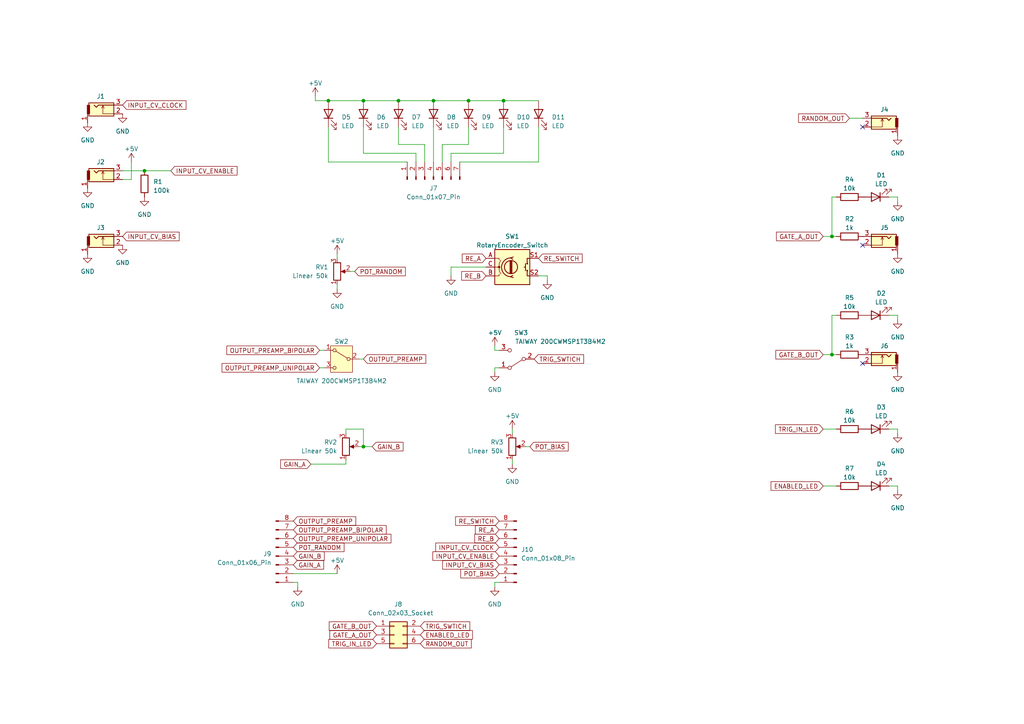
<source format=kicad_sch>
(kicad_sch (version 20230121) (generator eeschema)
  (paper "A4")
  (lib_symbols
    (symbol "Connector:Conn_01x07_Pin" (pin_names (offset 1.016) hide)
      (property "Reference" "J" (at 0 10.16 0))
      (property "Value" "Conn_01x07_Pin" (at 0 -10.16 0))
      (symbol "Conn_01x07_Pin_1_1"
        (polyline (pts (xy 1.27 -7.62) (xy 0.8636 -7.62)) (stroke (width 0.1524)))
        (polyline (pts (xy 1.27 -5.08) (xy 0.8636 -5.08)) (stroke (width 0.1524)))
        (polyline (pts (xy 1.27 -2.54) (xy 0.8636 -2.54)) (stroke (width 0.1524)))
        (polyline (pts (xy 1.27 0) (xy 0.8636 0)) (stroke (width 0.1524)))
        (polyline (pts (xy 1.27 2.54) (xy 0.8636 2.54)) (stroke (width 0.1524)))
        (polyline (pts (xy 1.27 5.08) (xy 0.8636 5.08)) (stroke (width 0.1524)))
        (polyline (pts (xy 1.27 7.62) (xy 0.8636 7.62)) (stroke (width 0.1524)))
        (rectangle (start 0.8636 -7.493) (end 0 -7.747) (stroke (width 0.1524)) (fill (type outline)))
        (rectangle (start 0.8636 -4.953) (end 0 -5.207) (stroke (width 0.1524)) (fill (type outline)))
        (rectangle (start 0.8636 -2.413) (end 0 -2.667) (stroke (width 0.1524)) (fill (type outline)))
        (rectangle (start 0.8636 0.127) (end 0 -0.127) (stroke (width 0.1524)) (fill (type outline)))
        (rectangle (start 0.8636 2.667) (end 0 2.413) (stroke (width 0.1524)) (fill (type outline)))
        (rectangle (start 0.8636 5.207) (end 0 4.953) (stroke (width 0.1524)) (fill (type outline)))
        (rectangle (start 0.8636 7.747) (end 0 7.493) (stroke (width 0.1524)) (fill (type outline)))
        (pin passive line (at 5.08 7.62 180) (length 3.81) (name "Pin_1") (number "1"))
        (pin passive line (at 5.08 5.08 180) (length 3.81) (name "Pin_2") (number "2"))
        (pin passive line (at 5.08 2.54 180) (length 3.81) (name "Pin_3") (number "3"))
        (pin passive line (at 5.08 0 180) (length 3.81) (name "Pin_4") (number "4"))
        (pin passive line (at 5.08 -2.54 180) (length 3.81) (name "Pin_5") (number "5"))
        (pin passive line (at 5.08 -5.08 180) (length 3.81) (name "Pin_6") (number "6"))
        (pin passive line (at 5.08 -7.62 180) (length 3.81) (name "Pin_7") (number "7"))
      )
    )
    (symbol "Connector:Conn_01x08_Pin" (pin_names (offset 1.016) hide)
      (property "Reference" "J" (at 0 10.16 0))
      (property "Value" "Conn_01x08_Pin" (at 0 -12.7 0))
      (symbol "Conn_01x08_Pin_1_1"
        (polyline (pts (xy 1.27 -10.16) (xy 0.8636 -10.16)) (stroke (width 0.1524)))
        (polyline (pts (xy 1.27 -7.62) (xy 0.8636 -7.62)) (stroke (width 0.1524)))
        (polyline (pts (xy 1.27 -5.08) (xy 0.8636 -5.08)) (stroke (width 0.1524)))
        (polyline (pts (xy 1.27 -2.54) (xy 0.8636 -2.54)) (stroke (width 0.1524)))
        (polyline (pts (xy 1.27 0) (xy 0.8636 0)) (stroke (width 0.1524)))
        (polyline (pts (xy 1.27 2.54) (xy 0.8636 2.54)) (stroke (width 0.1524)))
        (polyline (pts (xy 1.27 5.08) (xy 0.8636 5.08)) (stroke (width 0.1524)))
        (polyline (pts (xy 1.27 7.62) (xy 0.8636 7.62)) (stroke (width 0.1524)))
        (rectangle (start 0.8636 -10.033) (end 0 -10.287) (stroke (width 0.1524)) (fill (type outline)))
        (rectangle (start 0.8636 -7.493) (end 0 -7.747) (stroke (width 0.1524)) (fill (type outline)))
        (rectangle (start 0.8636 -4.953) (end 0 -5.207) (stroke (width 0.1524)) (fill (type outline)))
        (rectangle (start 0.8636 -2.413) (end 0 -2.667) (stroke (width 0.1524)) (fill (type outline)))
        (rectangle (start 0.8636 0.127) (end 0 -0.127) (stroke (width 0.1524)) (fill (type outline)))
        (rectangle (start 0.8636 2.667) (end 0 2.413) (stroke (width 0.1524)) (fill (type outline)))
        (rectangle (start 0.8636 5.207) (end 0 4.953) (stroke (width 0.1524)) (fill (type outline)))
        (rectangle (start 0.8636 7.747) (end 0 7.493) (stroke (width 0.1524)) (fill (type outline)))
        (pin passive line (at 5.08 7.62 180) (length 3.81) (name "Pin_1") (number "1"))
        (pin passive line (at 5.08 5.08 180) (length 3.81) (name "Pin_2") (number "2"))
        (pin passive line (at 5.08 2.54 180) (length 3.81) (name "Pin_3") (number "3"))
        (pin passive line (at 5.08 0 180) (length 3.81) (name "Pin_4") (number "4"))
        (pin passive line (at 5.08 -2.54 180) (length 3.81) (name "Pin_5") (number "5"))
        (pin passive line (at 5.08 -5.08 180) (length 3.81) (name "Pin_6") (number "6"))
        (pin passive line (at 5.08 -7.62 180) (length 3.81) (name "Pin_7") (number "7"))
        (pin passive line (at 5.08 -10.16 180) (length 3.81) (name "Pin_8") (number "8"))
      )
    )
    (symbol "Connector_Generic:Conn_02x03_Odd_Even" (pin_names (offset 1.016) hide)
      (property "Reference" "J" (at 1.27 5.08 0))
      (property "Value" "Conn_02x03_Odd_Even" (at 1.27 -5.08 0))
      (symbol "Conn_02x03_Odd_Even_1_1"
        (rectangle (start -1.27 -2.413) (end 0 -2.667) (stroke (width 0.1524)))
        (rectangle (start -1.27 0.127) (end 0 -0.127) (stroke (width 0.1524)))
        (rectangle (start -1.27 2.667) (end 0 2.413) (stroke (width 0.1524)))
        (rectangle (start -1.27 3.81) (end 3.81 -3.81) (stroke (width 0.254)) (fill (type background)))
        (rectangle (start 3.81 -2.413) (end 2.54 -2.667) (stroke (width 0.1524)))
        (rectangle (start 3.81 0.127) (end 2.54 -0.127) (stroke (width 0.1524)))
        (rectangle (start 3.81 2.667) (end 2.54 2.413) (stroke (width 0.1524)))
        (pin passive line (at -5.08 2.54 0) (length 3.81) (name "Pin_1") (number "1"))
        (pin passive line (at 7.62 2.54 180) (length 3.81) (name "Pin_2") (number "2"))
        (pin passive line (at -5.08 0 0) (length 3.81) (name "Pin_3") (number "3"))
        (pin passive line (at 7.62 0 180) (length 3.81) (name "Pin_4") (number "4"))
        (pin passive line (at -5.08 -2.54 0) (length 3.81) (name "Pin_5") (number "5"))
        (pin passive line (at 7.62 -2.54 180) (length 3.81) (name "Pin_6") (number "6"))
      )
    )
    (symbol "Device:LED" (pin_numbers hide) (pin_names (offset 1.016) hide)
      (property "Reference" "D" (at 0 2.54 0))
      (property "Value" "LED" (at 0 -2.54 0))
      (symbol "LED_0_1"
        (polyline (pts (xy -1.27 -1.27) (xy -1.27 1.27)) (stroke (width 0.254)))
        (polyline (pts (xy -1.27 0) (xy 1.27 0)))
        (polyline (pts (xy 1.27 -1.27) (xy 1.27 1.27) (xy -1.27 0) (xy 1.27 -1.27)) (stroke (width 0.254)))
        (polyline (pts (xy -3.048 -0.762) (xy -4.572 -2.286) (xy -3.81 -2.286) (xy -4.572 -2.286) (xy -4.572 -1.524)))
        (polyline (pts (xy -1.778 -0.762) (xy -3.302 -2.286) (xy -2.54 -2.286) (xy -3.302 -2.286) (xy -3.302 -1.524)))
      )
      (symbol "LED_1_1"
        (pin passive line (at -3.81 0 0) (length 2.54) (name "K") (number "1"))
        (pin passive line (at 3.81 0 180) (length 2.54) (name "A") (number "2"))
      )
    )
    (symbol "Device:R" (pin_numbers hide) (pin_names (offset 0))
      (property "Reference" "R" (at 2.032 0 90))
      (property "Value" "R" (at 0 0 90))
      (symbol "R_0_1"
        (rectangle (start -1.016 -2.54) (end 1.016 2.54) (stroke (width 0.254)))
      )
      (symbol "R_1_1"
        (pin passive line (at 0 3.81 270) (length 1.27) (name "~") (number "1"))
        (pin passive line (at 0 -3.81 90) (length 1.27) (name "~") (number "2"))
      )
    )
    (symbol "Device:R_Potentiometer" (pin_names (offset 1.016) hide)
      (property "Reference" "RV" (at -4.445 0 90))
      (property "Value" "R_Potentiometer" (at -2.54 0 90))
      (symbol "R_Potentiometer_0_1"
        (polyline (pts (xy 2.54 0) (xy 1.524 0)))
        (polyline (pts (xy 1.143 0) (xy 2.286 0.508) (xy 2.286 -0.508) (xy 1.143 0)) (fill (type outline)))
        (rectangle (start 1.016 2.54) (end -1.016 -2.54) (stroke (width 0.254)))
      )
      (symbol "R_Potentiometer_1_1"
        (pin passive line (at 0 3.81 270) (length 1.27) (name "1") (number "1"))
        (pin passive line (at 3.81 0 180) (length 1.27) (name "2") (number "2"))
        (pin passive line (at 0 -3.81 90) (length 1.27) (name "3") (number "3"))
      )
    )
    (symbol "Device:RotaryEncoder_Switch" (pin_names (offset 0.254) hide)
      (property "Reference" "SW" (at 0 6.604 0))
      (property "Value" "RotaryEncoder_Switch" (at 0 -6.604 0))
      (symbol "RotaryEncoder_Switch_0_1"
        (rectangle (start -5.08 5.08) (end 5.08 -5.08) (stroke (width 0.254)) (fill (type background)))
        (circle (center -3.81 0) (radius 0.254) (fill (type outline)))
        (circle (center -0.381 0) (radius 1.905) (stroke (width 0.254)))
        (arc (start -0.381 2.667) (mid -3.0988 -0.0635) (end -0.381 -2.794) (stroke (width 0.254)))
        (polyline (pts (xy -0.635 -1.778) (xy -0.635 1.778)) (stroke (width 0.254)))
        (polyline (pts (xy -0.381 -1.778) (xy -0.381 1.778)) (stroke (width 0.254)))
        (polyline (pts (xy -0.127 1.778) (xy -0.127 -1.778)) (stroke (width 0.254)))
        (polyline (pts (xy 3.81 0) (xy 3.429 0)) (stroke (width 0.254)))
        (polyline (pts (xy 3.81 1.016) (xy 3.81 -1.016)) (stroke (width 0.254)))
        (polyline (pts (xy -5.08 -2.54) (xy -3.81 -2.54) (xy -3.81 -2.032)))
        (polyline (pts (xy -5.08 2.54) (xy -3.81 2.54) (xy -3.81 2.032)))
        (polyline (pts (xy 0.254 -3.048) (xy -0.508 -2.794) (xy 0.127 -2.413)) (stroke (width 0.254)))
        (polyline (pts (xy 0.254 2.921) (xy -0.508 2.667) (xy 0.127 2.286)) (stroke (width 0.254)))
        (polyline (pts (xy 5.08 -2.54) (xy 4.318 -2.54) (xy 4.318 -1.016)) (stroke (width 0.254)))
        (polyline (pts (xy 5.08 2.54) (xy 4.318 2.54) (xy 4.318 1.016)) (stroke (width 0.254)))
        (polyline (pts (xy -5.08 0) (xy -3.81 0) (xy -3.81 -1.016) (xy -3.302 -2.032)))
        (polyline (pts (xy -4.318 0) (xy -3.81 0) (xy -3.81 1.016) (xy -3.302 2.032)))
        (circle (center 4.318 -1.016) (radius 0.127) (stroke (width 0.254)))
        (circle (center 4.318 1.016) (radius 0.127) (stroke (width 0.254)))
      )
      (symbol "RotaryEncoder_Switch_1_1"
        (pin passive line (at -7.62 2.54 0) (length 2.54) (name "A") (number "A"))
        (pin passive line (at -7.62 -2.54 0) (length 2.54) (name "B") (number "B"))
        (pin passive line (at -7.62 0 0) (length 2.54) (name "C") (number "C"))
        (pin passive line (at 7.62 2.54 180) (length 2.54) (name "S1") (number "S1"))
        (pin passive line (at 7.62 -2.54 180) (length 2.54) (name "S2") (number "S2"))
      )
    )
    (symbol "FreeModular:SW_SPDT_small" (pin_names (offset 0) hide)
      (property "Reference" "SW3" (at 0.8945 7.6757 0))
      (property "Value" "TAIWAY 200CWMSP1T3B4M2" (at 12.7 5.08 0))
      (symbol "SW_SPDT_small_0_0"
        (circle (center -2.032 0) (radius 0.508))
        (circle (center 2.032 -2.54) (radius 0.508))
      )
      (symbol "SW_SPDT_small_0_1"
        (polyline (pts (xy -1.524 0.254) (xy 1.651 2.286)))
        (circle (center 2.032 2.54) (radius 0.508))
      )
      (symbol "SW_SPDT_small_1_1"
        (pin passive line (at 5.08 2.54 180) (length 2.54) (name "A") (number "1"))
        (pin passive line (at -5.08 0 0) (length 2.54) (name "B") (number "2"))
        (pin passive line (at 5.08 -2.54 180) (length 2.54) (name "C") (number "3"))
      )
    )
    (symbol "FreeModular:THONKICONN" (pin_names (offset 1.016))
      (property "Reference" "J" (at -1.27 4.445 0))
      (symbol "THONKICONN_0_1"
        (rectangle (start -4.699 3.175) (end 2.54 -0.635) (stroke (width 0.254)) (fill (type background)))
        (rectangle (start -4.445 0) (end -5.207 2.54) (fill (type outline)))
        (polyline (pts (xy -0.635 2.413) (xy -0.254 1.651)))
        (polyline (pts (xy 2.54 0) (xy -0.635 0) (xy -0.635 2.413) (xy -1.016 1.651)))
        (polyline (pts (xy 2.54 2.54) (xy -1.905 2.54) (xy -2.54 1.905) (xy -3.175 2.54)) (stroke (width 0.254)))
      )
      (symbol "THONKICONN_1_1"
        (pin passive line (at -5.08 -2.54 90) (length 2.54) (name "~") (number "1"))
        (pin passive line (at 5.08 0 180) (length 2.54) (name "~") (number "2"))
        (pin passive line (at 5.08 2.54 180) (length 2.54) (name "~") (number "3"))
      )
    )
    (symbol "Switch:SW_SPDT" (pin_names (offset 0) hide)
      (property "Reference" "SW" (at 0 5.08 0))
      (property "Value" "SW_SPDT" (at 0 -5.08 0))
      (symbol "SW_SPDT_0_1"
        (circle (center -2.032 0) (radius 0.4572))
        (polyline (pts (xy -1.651 0.254) (xy 1.651 2.286)))
        (circle (center 2.032 -2.54) (radius 0.4572))
        (circle (center 2.032 2.54) (radius 0.4572))
      )
      (symbol "SW_SPDT_1_1"
        (rectangle (start -3.175 3.81) (end 3.175 -3.81) (fill (type background)))
        (pin passive line (at 5.08 2.54 180) (length 2.54) (name "A") (number "1"))
        (pin passive line (at -5.08 0 0) (length 2.54) (name "B") (number "2"))
        (pin passive line (at 5.08 -2.54 180) (length 2.54) (name "C") (number "3"))
      )
    )
    (symbol "power:+5V" (power) (pin_names (offset 0))
      (property "Value" "+5V" (at 0 3.556 0))
      (symbol "+5V_0_1"
        (polyline (pts (xy -0.762 1.27) (xy 0 2.54)))
        (polyline (pts (xy 0 0) (xy 0 2.54)))
        (polyline (pts (xy 0 2.54) (xy 0.762 1.27)))
      )
      (symbol "+5V_1_1"
        (pin power_in line (at 0 0 90) (length 0) hide (name "+5V") (number "1"))
      )
    )
    (symbol "power:GND" (power) (pin_names (offset 0))
      (property "Value" "GND" (at 0 -3.81 0))
      (symbol "GND_0_1"
        (polyline (pts (xy 0 0) (xy 0 -1.27) (xy 1.27 -1.27) (xy 0 -2.54) (xy -1.27 -1.27) (xy 0 -1.27)))
      )
      (symbol "GND_1_1"
        (pin power_in line (at 0 0 270) (length 0) hide (name "GND") (number "1"))
      )
    )
  )
  (junction (at 105.41 29.21))
  (junction (at 241.3 102.87))
  (junction (at 41.91 49.53))
  (junction (at 125.73 29.21))
  (junction (at 95.25 29.21))
  (junction (at 105.41 129.54))
  (junction (at 146.05 29.21))
  (junction (at 115.57 29.21))
  (junction (at 135.89 29.21))
  (junction (at 241.3 68.58))
  (no_connect (at 250.19 36.83))
  (no_connect (at 250.19 105.41))
  (no_connect (at 250.19 71.12))
  (wire (pts (xy 135.89 29.21) (xy 125.73 29.21)))
  (wire (pts (xy 35.56 49.53) (xy 41.91 49.53)))
  (wire (pts (xy 241.3 102.87) (xy 242.57 102.87)))
  (wire (pts (xy 95.25 46.99) (xy 118.11 46.99)))
  (wire (pts (xy 133.35 46.99) (xy 156.21 46.99)))
  (wire (pts (xy 143.51 168.91) (xy 144.78 168.91)))
  (wire (pts (xy 148.59 124.46) (xy 148.59 125.73)))
  (wire (pts (xy 148.59 133.35) (xy 148.59 134.62)))
  (wire (pts (xy 156.21 46.99) (xy 156.21 36.83)))
  (wire (pts (xy 241.3 91.44) (xy 242.57 91.44)))
  (wire (pts (xy 143.51 168.91) (xy 143.51 170.18)))
  (wire (pts (xy 92.71 101.6) (xy 93.98 101.6)))
  (wire (pts (xy 105.41 44.45) (xy 105.41 36.83)))
  (wire (pts (xy 241.3 102.87) (xy 241.3 91.44)))
  (wire (pts (xy 238.76 68.58) (xy 241.3 68.58)))
  (wire (pts (xy 115.57 29.21) (xy 105.41 29.21)))
  (wire (pts (xy 246.38 34.29) (xy 250.19 34.29)))
  (wire (pts (xy 105.41 104.14) (xy 104.14 104.14)))
  (wire (pts (xy 144.78 101.6) (xy 143.51 101.6)))
  (wire (pts (xy 238.76 124.46) (xy 242.57 124.46)))
  (wire (pts (xy 104.14 129.54) (xy 105.41 129.54)))
  (wire (pts (xy 120.65 44.45) (xy 105.41 44.45)))
  (wire (pts (xy 128.27 46.99) (xy 128.27 41.91)))
  (wire (pts (xy 38.1 52.07) (xy 35.56 52.07)))
  (wire (pts (xy 156.21 29.21) (xy 146.05 29.21)))
  (wire (pts (xy 105.41 124.46) (xy 100.33 124.46)))
  (wire (pts (xy 238.76 140.97) (xy 242.57 140.97)))
  (wire (pts (xy 125.73 29.21) (xy 115.57 29.21)))
  (wire (pts (xy 260.35 57.15) (xy 260.35 58.42)))
  (wire (pts (xy 92.71 106.68) (xy 93.98 106.68)))
  (wire (pts (xy 85.09 168.91) (xy 86.36 168.91)))
  (wire (pts (xy 143.51 101.6) (xy 143.51 100.33)))
  (wire (pts (xy 120.65 46.99) (xy 120.65 44.45)))
  (wire (pts (xy 100.33 134.62) (xy 100.33 133.35)))
  (wire (pts (xy 125.73 36.83) (xy 125.73 46.99)))
  (wire (pts (xy 146.05 29.21) (xy 135.89 29.21)))
  (wire (pts (xy 260.35 140.97) (xy 260.35 142.24)))
  (wire (pts (xy 85.09 166.37) (xy 97.79 166.37)))
  (wire (pts (xy 97.79 73.66) (xy 97.79 74.93)))
  (wire (pts (xy 97.79 83.82) (xy 97.79 82.55)))
  (wire (pts (xy 158.75 80.01) (xy 158.75 81.28)))
  (wire (pts (xy 95.25 36.83) (xy 95.25 46.99)))
  (wire (pts (xy 41.91 49.53) (xy 49.53 49.53)))
  (wire (pts (xy 146.05 44.45) (xy 146.05 36.83)))
  (wire (pts (xy 130.81 46.99) (xy 130.81 44.45)))
  (wire (pts (xy 257.81 91.44) (xy 260.35 91.44)))
  (wire (pts (xy 105.41 129.54) (xy 107.95 129.54)))
  (wire (pts (xy 152.4 129.54) (xy 153.67 129.54)))
  (wire (pts (xy 101.6 78.74) (xy 102.87 78.74)))
  (wire (pts (xy 95.25 29.21) (xy 91.44 29.21)))
  (wire (pts (xy 238.76 102.87) (xy 241.3 102.87)))
  (wire (pts (xy 128.27 41.91) (xy 135.89 41.91)))
  (wire (pts (xy 91.44 27.94) (xy 91.44 29.21)))
  (wire (pts (xy 130.81 44.45) (xy 146.05 44.45)))
  (wire (pts (xy 100.33 124.46) (xy 100.33 125.73)))
  (wire (pts (xy 143.51 106.68) (xy 143.51 107.95)))
  (wire (pts (xy 144.78 106.68) (xy 143.51 106.68)))
  (wire (pts (xy 115.57 41.91) (xy 115.57 36.83)))
  (wire (pts (xy 123.19 41.91) (xy 115.57 41.91)))
  (wire (pts (xy 257.81 124.46) (xy 260.35 124.46)))
  (wire (pts (xy 135.89 41.91) (xy 135.89 36.83)))
  (wire (pts (xy 241.3 68.58) (xy 242.57 68.58)))
  (wire (pts (xy 130.81 80.01) (xy 130.81 77.47)))
  (wire (pts (xy 90.17 134.62) (xy 100.33 134.62)))
  (wire (pts (xy 260.35 124.46) (xy 260.35 125.73)))
  (wire (pts (xy 156.21 80.01) (xy 158.75 80.01)))
  (wire (pts (xy 241.3 57.15) (xy 242.57 57.15)))
  (wire (pts (xy 130.81 77.47) (xy 140.97 77.47)))
  (wire (pts (xy 123.19 46.99) (xy 123.19 41.91)))
  (wire (pts (xy 38.1 46.99) (xy 38.1 52.07)))
  (wire (pts (xy 260.35 91.44) (xy 260.35 92.71)))
  (wire (pts (xy 86.36 168.91) (xy 86.36 170.18)))
  (wire (pts (xy 105.41 29.21) (xy 95.25 29.21)))
  (wire (pts (xy 241.3 68.58) (xy 241.3 57.15)))
  (wire (pts (xy 105.41 129.54) (xy 105.41 124.46)))
  (wire (pts (xy 257.81 140.97) (xy 260.35 140.97)))
  (wire (pts (xy 257.81 57.15) (xy 260.35 57.15)))
  (global_label "ENABLED_LED" (shape input) (at 121.92 184.15 0) (property "Intersheetrefs" "${INTERSHEET_REFS}" (effects hide)))
  (global_label "TRIG_IN_LED" (shape input) (at 109.22 186.69 180) (property "Intersheetrefs" "${INTERSHEET_REFS}" (effects hide)))
  (global_label "GATE_B_OUT" (shape input) (at 109.22 181.61 180) (property "Intersheetrefs" "${INTERSHEET_REFS}" (effects hide)))
  (global_label "GATE_A_OUT" (shape input) (at 238.76 68.58 180) (property "Intersheetrefs" "${INTERSHEET_REFS}" (effects hide)))
  (global_label "OUTPUT_PREAMP_UNIPOLAR" (shape input) (at 92.71 106.68 180) (property "Intersheetrefs" "${INTERSHEET_REFS}" (effects hide)))
  (global_label "RE_SWITCH" (shape input) (at 144.78 151.13 180) (property "Intersheetrefs" "${INTERSHEET_REFS}" (effects hide)))
  (global_label "GAIN_A" (shape input) (at 90.17 134.62 180) (property "Intersheetrefs" "${INTERSHEET_REFS}" (effects hide)))
  (global_label "TRIG_SWTICH" (shape input) (at 154.94 104.14 0) (property "Intersheetrefs" "${INTERSHEET_REFS}" (effects hide)))
  (global_label "GAIN_A" (shape input) (at 85.09 163.83 0) (property "Intersheetrefs" "${INTERSHEET_REFS}" (effects hide)))
  (global_label "TRIG_SWTICH" (shape input) (at 121.92 181.61 0) (property "Intersheetrefs" "${INTERSHEET_REFS}" (effects hide)))
  (global_label "RE_SWITCH" (shape input) (at 156.21 74.93 0) (property "Intersheetrefs" "${INTERSHEET_REFS}" (effects hide)))
  (global_label "GAIN_B" (shape input) (at 85.09 161.29 0) (property "Intersheetrefs" "${INTERSHEET_REFS}" (effects hide)))
  (global_label "RE_A" (shape input) (at 140.97 74.93 180) (property "Intersheetrefs" "${INTERSHEET_REFS}" (effects hide)))
  (global_label "RANDOM_OUT" (shape input) (at 246.38 34.29 180) (property "Intersheetrefs" "${INTERSHEET_REFS}" (effects hide)))
  (global_label "GATE_B_OUT" (shape input) (at 238.76 102.87 180) (property "Intersheetrefs" "${INTERSHEET_REFS}" (effects hide)))
  (global_label "INPUT_CV_ENABLE" (shape input) (at 144.78 161.29 180) (property "Intersheetrefs" "${INTERSHEET_REFS}" (effects hide)))
  (global_label "INPUT_CV_BIAS" (shape input) (at 35.56 68.58 0) (property "Intersheetrefs" "${INTERSHEET_REFS}" (effects hide)))
  (global_label "OUTPUT_PREAMP" (shape input) (at 85.09 151.13 0) (property "Intersheetrefs" "${INTERSHEET_REFS}" (effects hide)))
  (global_label "RE_B" (shape input) (at 140.97 80.01 180) (property "Intersheetrefs" "${INTERSHEET_REFS}" (effects hide)))
  (global_label "GATE_A_OUT" (shape input) (at 109.22 184.15 180) (property "Intersheetrefs" "${INTERSHEET_REFS}" (effects hide)))
  (global_label "RE_A" (shape input) (at 144.78 153.67 180) (property "Intersheetrefs" "${INTERSHEET_REFS}" (effects hide)))
  (global_label "INPUT_CV_BIAS" (shape input) (at 144.78 163.83 180) (property "Intersheetrefs" "${INTERSHEET_REFS}" (effects hide)))
  (global_label "POT_BIAS" (shape input) (at 153.67 129.54 0) (property "Intersheetrefs" "${INTERSHEET_REFS}" (effects hide)))
  (global_label "RANDOM_OUT" (shape input) (at 121.92 186.69 0) (property "Intersheetrefs" "${INTERSHEET_REFS}" (effects hide)))
  (global_label "OUTPUT_PREAMP_UNIPOLAR" (shape input) (at 85.09 156.21 0) (property "Intersheetrefs" "${INTERSHEET_REFS}" (effects hide)))
  (global_label "TRIG_IN_LED" (shape input) (at 238.76 124.46 180) (property "Intersheetrefs" "${INTERSHEET_REFS}" (effects hide)))
  (global_label "POT_BIAS" (shape input) (at 144.78 166.37 180) (property "Intersheetrefs" "${INTERSHEET_REFS}" (effects hide)))
  (global_label "OUTPUT_PREAMP_BIPOLAR" (shape input) (at 85.09 153.67 0) (property "Intersheetrefs" "${INTERSHEET_REFS}" (effects hide)))
  (global_label "INPUT_CV_ENABLE" (shape input) (at 49.53 49.53 0) (property "Intersheetrefs" "${INTERSHEET_REFS}" (effects hide)))
  (global_label "INPUT_CV_CLOCK" (shape input) (at 144.78 158.75 180) (property "Intersheetrefs" "${INTERSHEET_REFS}" (effects hide)))
  (global_label "OUTPUT_PREAMP" (shape input) (at 105.41 104.14 0) (property "Intersheetrefs" "${INTERSHEET_REFS}" (effects hide)))
  (global_label "ENABLED_LED" (shape input) (at 238.76 140.97 180) (property "Intersheetrefs" "${INTERSHEET_REFS}" (effects hide)))
  (global_label "RE_B" (shape input) (at 144.78 156.21 180) (property "Intersheetrefs" "${INTERSHEET_REFS}" (effects hide)))
  (global_label "OUTPUT_PREAMP_BIPOLAR" (shape input) (at 92.71 101.6 180) (property "Intersheetrefs" "${INTERSHEET_REFS}" (effects hide)))
  (global_label "INPUT_CV_CLOCK" (shape input) (at 35.56 30.48 0) (property "Intersheetrefs" "${INTERSHEET_REFS}" (effects hide)))
  (global_label "GAIN_B" (shape input) (at 107.95 129.54 0) (property "Intersheetrefs" "${INTERSHEET_REFS}" (effects hide)))
  (global_label "POT_RANDOM" (shape input) (at 102.87 78.74 0) (property "Intersheetrefs" "${INTERSHEET_REFS}" (effects hide)))
  (global_label "POT_RANDOM" (shape input) (at 85.09 158.75 0) (property "Intersheetrefs" "${INTERSHEET_REFS}" (effects hide)))
  (symbol (lib_id "Device:R") (at 246.38 57.15 90) (unit 1)
    (property "Reference" "R4" (at 246.38 52.07 90))
    (property "Value" "10k" (at 246.38 54.61 90))
    (property "Footprint" "Resistor_THT:R_Axial_DIN0207_L6.3mm_D2.5mm_P7.62mm_Horizontal" (effects hide))
  )
  (symbol (lib_id "FreeModular:THONKICONN") (at 255.27 36.83 0) (mirror y) (unit 1)
    (property "Reference" "J4" (at 256.54 31.75 0))
    (property "Value" "THONKICONN" (effects hide))
    (property "Footprint" "FreeModualr:THONKICONN" (effects hide))
  )
  (symbol (lib_id "FreeModular:THONKICONN") (at 255.27 71.12 0) (mirror y) (unit 1)
    (property "Reference" "J5" (at 256.54 66.04 0))
    (property "Value" "THONKICONN" (effects hide))
    (property "Footprint" "FreeModualr:THONKICONN" (effects hide))
  )
  (symbol (lib_id "Device:LED") (at 105.41 33.02 90) (unit 1)
    (property "Reference" "D6" (at 109.22 33.9725 90) (effects (justify right)))
    (property "Value" "LED" (at 109.22 36.5125 90) (effects (justify right)))
    (property "Footprint" "LED_THT:LED_D3.0mm" (effects hide))
  )
  (symbol (lib_id "Connector_Generic:Conn_02x03_Odd_Even") (at 114.3 184.15 0) (unit 1)
    (property "Reference" "J8" (at 114.3 175.26 0) (effects (justify left)))
    (property "Value" "Conn_02x03_Socket" (at 106.68 177.8 0) (effects (justify left)))
    (property "Footprint" "Connector_PinHeader_2.54mm:PinHeader_2x03_P2.54mm_Vertical" (effects hide))
  )
  (symbol (lib_id "Device:LED") (at 254 57.15 180) (unit 1)
    (property "Reference" "D1" (at 255.5875 50.8 0))
    (property "Value" "LED" (at 255.5875 53.34 0))
    (property "Footprint" "LED_THT:LED_D3.0mm" (effects hide))
  )
  (symbol (lib_id "power:GND") (at 35.56 71.12 0) (unit 1)
    (property "Reference" "#PWR08" (effects hide))
    (property "Value" "GND" (at 35.56 76.2 0))
  )
  (symbol (lib_id "Device:R") (at 246.38 68.58 90) (unit 1)
    (property "Reference" "R2" (at 246.38 63.5 90))
    (property "Value" "1k" (at 246.38 66.04 90))
    (property "Footprint" "Resistor_THT:R_Axial_DIN0207_L6.3mm_D2.5mm_P7.62mm_Horizontal" (effects hide))
  )
  (symbol (lib_id "power:GND") (at 148.59 134.62 0) (unit 1)
    (property "Reference" "#PWR06" (effects hide))
    (property "Value" "GND" (at 148.59 139.7 0))
  )
  (symbol (lib_id "power:GND") (at 41.91 57.15 0) (unit 1)
    (property "Reference" "#PWR015" (effects hide))
    (property "Value" "GND" (at 41.91 62.23 0))
  )
  (symbol (lib_id "power:GND") (at 25.4 54.61 0) (unit 1)
    (property "Reference" "#PWR04" (effects hide))
    (property "Value" "GND" (at 25.4 59.69 0))
  )
  (symbol (lib_id "Device:LED") (at 146.05 33.02 90) (unit 1)
    (property "Reference" "D10" (at 149.86 33.9725 90) (effects (justify right)))
    (property "Value" "LED" (at 149.86 36.5125 90) (effects (justify right)))
    (property "Footprint" "LED_THT:LED_D3.0mm" (effects hide))
  )
  (symbol (lib_id "Device:R") (at 246.38 91.44 90) (unit 1)
    (property "Reference" "R5" (at 246.38 86.36 90))
    (property "Value" "10k" (at 246.38 88.9 90))
    (property "Footprint" "Resistor_THT:R_Axial_DIN0207_L6.3mm_D2.5mm_P7.62mm_Horizontal" (effects hide))
  )
  (symbol (lib_id "Device:R_Potentiometer") (at 97.79 78.74 0) (mirror x) (unit 1)
    (property "Reference" "RV1" (at 95.25 77.47 0) (effects (justify right)))
    (property "Value" "Linear 50k" (at 95.25 80.01 0) (effects (justify right)))
    (property "Footprint" "FreeModualr:Alpha_Potentiometer_Grounded" (effects hide))
  )
  (symbol (lib_id "Device:LED") (at 125.73 33.02 90) (unit 1)
    (property "Reference" "D8" (at 129.54 33.9725 90) (effects (justify right)))
    (property "Value" "LED" (at 129.54 36.5125 90) (effects (justify right)))
    (property "Footprint" "LED_THT:LED_D3.0mm" (effects hide))
  )
  (symbol (lib_id "power:GND") (at 143.51 107.95 0) (unit 1)
    (property "Reference" "#PWR011" (effects hide))
    (property "Value" "GND" (at 143.51 113.03 0))
  )
  (symbol (lib_id "power:GND") (at 158.75 81.28 0) (unit 1)
    (property "Reference" "#PWR01" (effects hide))
    (property "Value" "GND" (at 158.75 86.36 0))
  )
  (symbol (lib_id "power:GND") (at 97.79 83.82 0) (unit 1)
    (property "Reference" "#PWR09" (effects hide))
    (property "Value" "GND" (at 97.79 88.9 0))
  )
  (symbol (lib_id "FreeModular:THONKICONN") (at 255.27 105.41 0) (mirror y) (unit 1)
    (property "Reference" "J6" (at 256.54 100.33 0))
    (property "Value" "THONKICONN" (effects hide))
    (property "Footprint" "FreeModualr:THONKICONN" (effects hide))
  )
  (symbol (lib_id "Device:RotaryEncoder_Switch") (at 148.59 77.47 0) (unit 1)
    (property "Reference" "SW1" (at 148.59 68.58 0))
    (property "Value" "RotaryEncoder_Switch" (at 148.59 71.12 0))
    (property "Footprint" "Rotary_Encoder:RotaryEncoder_Alps_EC12E-Switch_Vertical_H20mm" (effects hide))
  )
  (symbol (lib_id "power:+5V") (at 97.79 166.37 0) (unit 1)
    (property "Reference" "#PWR025" (effects hide))
    (property "Value" "+5V" (at 97.79 162.56 0))
  )
  (symbol (lib_id "FreeModular:THONKICONN") (at 30.48 71.12 0) (unit 1)
    (property "Reference" "J3" (at 29.21 66.04 0))
    (property "Value" "THONKICONN" (effects hide))
    (property "Footprint" "FreeModualr:THONKICONN" (effects hide))
  )
  (symbol (lib_id "power:GND") (at 260.35 92.71 0) (unit 1)
    (property "Reference" "#PWR018" (effects hide))
    (property "Value" "GND" (at 260.35 97.79 0))
  )
  (symbol (lib_id "power:+5V") (at 91.44 27.94 0) (unit 1)
    (property "Reference" "#PWR023" (effects hide))
    (property "Value" "+5V" (at 91.44 24.13 0))
  )
  (symbol (lib_id "power:+5V") (at 148.59 124.46 0) (unit 1)
    (property "Reference" "#PWR026" (effects hide))
    (property "Value" "+5V" (at 148.59 120.65 0))
  )
  (symbol (lib_id "Connector:Conn_01x08_Pin") (at 149.86 161.29 180) (unit 1)
    (property "Reference" "J10" (at 151.13 159.385 0) (effects (justify right)))
    (property "Value" "Conn_01x08_Pin" (at 151.13 161.925 0) (effects (justify right)))
    (property "Footprint" "Connector_PinHeader_2.54mm:PinHeader_1x08_P2.54mm_Vertical" (effects hide))
  )
  (symbol (lib_id "FreeModular:SW_SPDT_small") (at 149.86 104.14 180) (unit 1)
    (property "Reference" "SW3" (at 151.13 96.52 0))
    (property "Value" "TAIWAY 200CWMSP1T3B4M2" (at 162.56 99.06 0))
    (property "Footprint" "FreeModualr:TAIWAY 200CWMSP1T3B4M2" (effects hide))
    (property "Datasheet" "https://www.taiway.com/resource/annexes/product_items/81/383d79ce24fd13ac9c4d36337853e90c.pdf" (effects hide))
  )
  (symbol (lib_id "FreeModular:THONKICONN") (at 30.48 33.02 0) (unit 1)
    (property "Reference" "J1" (at 29.21 27.94 0))
    (property "Value" "THONKICONN" (effects hide))
    (property "Footprint" "FreeModualr:THONKICONN" (effects hide))
  )
  (symbol (lib_id "power:GND") (at 130.81 80.01 0) (unit 1)
    (property "Reference" "#PWR02" (effects hide))
    (property "Value" "GND" (at 130.81 85.09 0))
  )
  (symbol (lib_id "power:GND") (at 143.51 170.18 0) (mirror y) (unit 1)
    (property "Reference" "#PWR014" (effects hide))
    (property "Value" "GND" (at 143.51 175.26 0))
  )
  (symbol (lib_id "Device:LED") (at 156.21 33.02 90) (unit 1)
    (property "Reference" "D11" (at 160.02 33.9725 90) (effects (justify right)))
    (property "Value" "LED" (at 160.02 36.5125 90) (effects (justify right)))
    (property "Footprint" "LED_THT:LED_D3.0mm" (effects hide))
  )
  (symbol (lib_id "Device:R_Potentiometer") (at 100.33 129.54 0) (mirror x) (unit 1)
    (property "Reference" "RV2" (at 97.79 128.27 0) (effects (justify right)))
    (property "Value" "Linear 50k" (at 97.79 130.81 0) (effects (justify right)))
    (property "Footprint" "FreeModualr:Alpha_Potentiometer_Grounded" (effects hide))
  )
  (symbol (lib_id "power:GND") (at 260.35 58.42 0) (unit 1)
    (property "Reference" "#PWR017" (effects hide))
    (property "Value" "GND" (at 260.35 63.5 0))
  )
  (symbol (lib_id "power:GND") (at 25.4 73.66 0) (unit 1)
    (property "Reference" "#PWR03" (effects hide))
    (property "Value" "GND" (at 25.4 78.74 0))
  )
  (symbol (lib_id "Connector:Conn_01x08_Pin") (at 80.01 161.29 0) (mirror x) (unit 1)
    (property "Reference" "J9" (at 78.74 160.655 0) (effects (justify right)))
    (property "Value" "Conn_01x06_Pin" (at 78.74 163.195 0) (effects (justify right)))
    (property "Footprint" "Connector_PinHeader_2.54mm:PinHeader_1x08_P2.54mm_Vertical" (effects hide))
  )
  (symbol (lib_id "Device:R_Potentiometer") (at 148.59 129.54 0) (mirror x) (unit 1)
    (property "Reference" "RV3" (at 146.05 128.27 0) (effects (justify right)))
    (property "Value" "Linear 50k" (at 146.05 130.81 0) (effects (justify right)))
    (property "Footprint" "FreeModualr:Alpha_Potentiometer_Grounded" (effects hide))
  )
  (symbol (lib_id "Device:R") (at 246.38 140.97 90) (unit 1)
    (property "Reference" "R7" (at 246.38 135.89 90))
    (property "Value" "10k" (at 246.38 138.43 90))
    (property "Footprint" "Resistor_THT:R_Axial_DIN0207_L6.3mm_D2.5mm_P7.62mm_Horizontal" (effects hide))
  )
  (symbol (lib_id "power:+5V") (at 143.51 100.33 0) (unit 1)
    (property "Reference" "#PWR012" (effects hide))
    (property "Value" "+5V" (at 143.51 96.52 0))
  )
  (symbol (lib_id "power:GND") (at 260.35 142.24 0) (unit 1)
    (property "Reference" "#PWR021" (effects hide))
    (property "Value" "GND" (at 260.35 147.32 0))
  )
  (symbol (lib_id "power:+5V") (at 97.79 73.66 0) (unit 1)
    (property "Reference" "#PWR010" (effects hide))
    (property "Value" "+5V" (at 97.79 69.85 0))
  )
  (symbol (lib_id "Device:R") (at 246.38 102.87 90) (unit 1)
    (property "Reference" "R3" (at 246.38 97.79 90))
    (property "Value" "1k" (at 246.38 100.33 90))
    (property "Footprint" "Resistor_THT:R_Axial_DIN0207_L6.3mm_D2.5mm_P7.62mm_Horizontal" (effects hide))
  )
  (symbol (lib_id "Device:LED") (at 254 140.97 180) (unit 1)
    (property "Reference" "D4" (at 255.5875 134.62 0))
    (property "Value" "LED" (at 255.5875 137.16 0))
    (property "Footprint" "LED_THT:LED_D3.0mm" (effects hide))
  )
  (symbol (lib_id "power:GND") (at 260.35 125.73 0) (unit 1)
    (property "Reference" "#PWR020" (effects hide))
    (property "Value" "GND" (at 260.35 130.81 0))
  )
  (symbol (lib_id "Device:LED") (at 115.57 33.02 90) (unit 1)
    (property "Reference" "D7" (at 119.38 33.9725 90) (effects (justify right)))
    (property "Value" "LED" (at 119.38 36.5125 90) (effects (justify right)))
    (property "Footprint" "LED_THT:LED_D3.0mm" (effects hide))
  )
  (symbol (lib_id "Device:LED") (at 95.25 33.02 90) (unit 1)
    (property "Reference" "D5" (at 99.06 33.9725 90) (effects (justify right)))
    (property "Value" "LED" (at 99.06 36.5125 90) (effects (justify right)))
    (property "Footprint" "LED_THT:LED_D3.0mm" (effects hide))
  )
  (symbol (lib_id "Connector:Conn_01x07_Pin") (at 125.73 52.07 90) (unit 1)
    (property "Reference" "J7" (at 125.73 54.61 90))
    (property "Value" "Conn_01x07_Pin" (at 125.73 57.15 90))
    (property "Footprint" "Connector_PinHeader_2.54mm:PinHeader_1x07_P2.54mm_Vertical" (effects hide))
  )
  (symbol (lib_id "power:GND") (at 35.56 33.02 0) (unit 1)
    (property "Reference" "#PWR07" (effects hide))
    (property "Value" "GND" (at 35.56 38.1 0))
  )
  (symbol (lib_id "Device:R") (at 41.91 53.34 0) (unit 1)
    (property "Reference" "R1" (at 44.45 52.705 0) (effects (justify left)))
    (property "Value" "100k" (at 44.45 55.245 0) (effects (justify left)))
    (property "Footprint" "Resistor_THT:R_Axial_DIN0207_L6.3mm_D2.5mm_P7.62mm_Horizontal" (effects hide))
  )
  (symbol (lib_id "power:GND") (at 260.35 107.95 0) (unit 1)
    (property "Reference" "#PWR019" (effects hide))
    (property "Value" "GND" (at 260.35 113.03 0))
  )
  (symbol (lib_id "Switch:SW_SPDT") (at 99.06 104.14 0) (mirror y) (unit 1)
    (property "Reference" "SW2" (at 99.06 99.06 0))
    (property "Value" "TAIWAY 200CWMSP1T3B4M2" (at 99.06 110.49 0))
    (property "Footprint" "FreeModualr:TAIWAY 200CWMSP1T3B4M2" (effects hide))
  )
  (symbol (lib_id "power:+5V") (at 38.1 46.99 0) (unit 1)
    (property "Reference" "#PWR013" (effects hide))
    (property "Value" "+5V" (at 38.1 43.18 0))
  )
  (symbol (lib_id "Device:R") (at 246.38 124.46 90) (unit 1)
    (property "Reference" "R6" (at 246.38 119.38 90))
    (property "Value" "10k" (at 246.38 121.92 90))
    (property "Footprint" "Resistor_THT:R_Axial_DIN0207_L6.3mm_D2.5mm_P7.62mm_Horizontal" (effects hide))
  )
  (symbol (lib_id "power:GND") (at 86.36 170.18 0) (unit 1)
    (property "Reference" "#PWR024" (effects hide))
    (property "Value" "GND" (at 86.36 175.26 0))
  )
  (symbol (lib_id "Device:LED") (at 254 91.44 180) (unit 1)
    (property "Reference" "D2" (at 255.5875 85.09 0))
    (property "Value" "LED" (at 255.5875 87.63 0))
    (property "Footprint" "LED_THT:LED_D3.0mm" (effects hide))
  )
  (symbol (lib_id "power:GND") (at 260.35 39.37 0) (unit 1)
    (property "Reference" "#PWR022" (effects hide))
    (property "Value" "GND" (at 260.35 44.45 0))
  )
  (symbol (lib_id "Device:LED") (at 135.89 33.02 90) (unit 1)
    (property "Reference" "D9" (at 139.7 33.9725 90) (effects (justify right)))
    (property "Value" "LED" (at 139.7 36.5125 90) (effects (justify right)))
    (property "Footprint" "LED_THT:LED_D3.0mm" (effects hide))
  )
  (symbol (lib_id "FreeModular:THONKICONN") (at 30.48 52.07 0) (unit 1)
    (property "Reference" "J2" (at 29.21 46.99 0))
    (property "Value" "THONKICONN" (effects hide))
    (property "Footprint" "FreeModualr:THONKICONN" (effects hide))
  )
  (symbol (lib_id "power:GND") (at 260.35 73.66 0) (unit 1)
    (property "Reference" "#PWR016" (effects hide))
    (property "Value" "GND" (at 260.35 78.74 0))
  )
  (symbol (lib_id "power:GND") (at 25.4 35.56 0) (unit 1)
    (property "Reference" "#PWR05" (effects hide))
    (property "Value" "GND" (at 25.4 40.64 0))
  )
  (symbol (lib_id "Device:LED") (at 254 124.46 180) (unit 1)
    (property "Reference" "D3" (at 255.5875 118.11 0))
    (property "Value" "LED" (at 255.5875 120.65 0))
    (property "Footprint" "LED_THT:LED_D3.0mm" (effects hide))
  )
)
</source>
